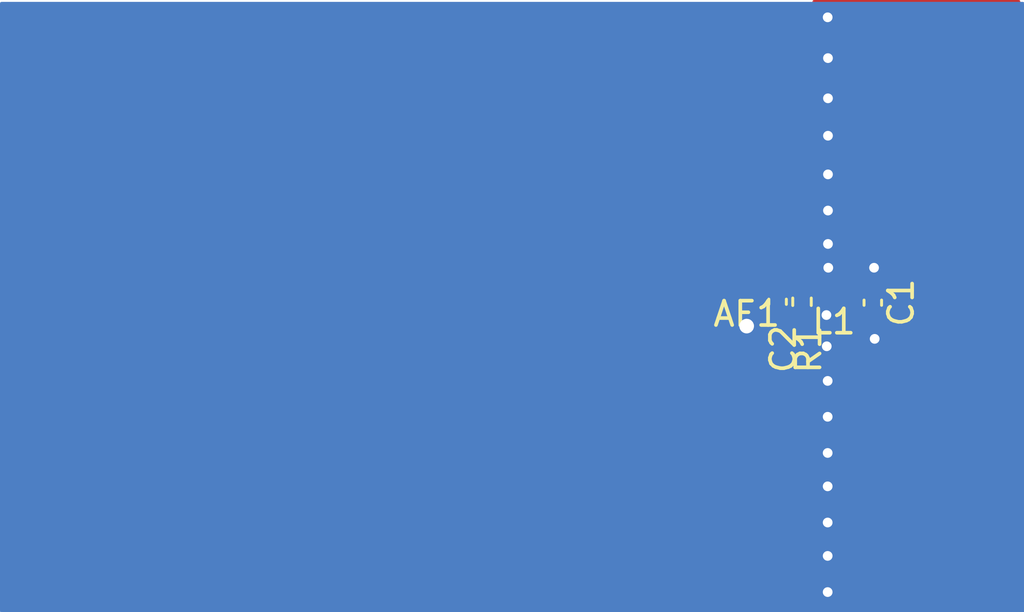
<source format=kicad_pcb>
(kicad_pcb (version 20211014) (generator pcbnew)
  (layers (0 "F.Cu" signal) (31 "B.Cu" signal) (34 "B.Paste" user) (35 "F.Paste" user) (36 "B.SilkS" user "B.Silkscreen") (37 "F.SilkS" user "F.Silkscreen") (38 "B.Mask" user) (39 "F.Mask" user) (44 "Edge.Cuts" user))
  (net 0 "")
  (net 1 "GND")
  (net 2 "Net-(AE1-Pad1)")
  (net 3 "Net-(C1-Pad1)")
  (footprint "Capacitor_SMD:C_0402_1005Metric" (layer "F.Cu") (at 99.187 63.9826 -90)
    (fp_text reference "C2" (at 1.9431 -0.2286 90) (layer "F.SilkS"))
    (fp_text value "0.6pf NP0" hide)
    (fp_line (start -0.107836 0.36) (end 0.107836 0.36) (layer "F.SilkS") (width 0.12))
    (fp_line (start -0.107836 -0.36) (end 0.107836 -0.36) (layer "F.SilkS") (width 0.12))
    (pad "1" smd roundrect locked (at -0.48 0 270) (size 0.56 0.62) (layers "F.Cu" "F.Paste" "F.Mask") (net 2 "Net-(AE1-Pad1)"))
    (pad "2" smd roundrect locked (at 0.48 0 270) (size 0.56 0.62) (layers "F.Cu" "F.Paste" "F.Mask") (net 1 "GND"))
  )
  (footprint "Inductor_SMD:L_0402_1005Metric" (layer "F.Cu") (at 101.6508 63.5381 180)
    (fp_text reference "L1" (at 0.149899 -1.262) (layer "F.SilkS"))
    (fp_text value "2.5nH" hide)
    (pad "1" smd roundrect locked (at -0.485 0 180) (size 0.59 0.64) (layers "F.Cu" "F.Paste" "F.Mask") (net 3 "Net-(C1-Pad1)"))
    (pad "2" smd roundrect locked (at 0.485 0 180) (size 0.59 0.64) (layers "F.Cu" "F.Paste" "F.Mask") (net 2 "Net-(AE1-Pad1)"))
  )
  (footprint "Resistor_SMD:R_0402_1005Metric" (layer "F.Cu") (at 100.1903 63.9826 -90)
    (fp_text reference "R1" (at 1.9558 -0.2667 90) (layer "F.SilkS"))
    (fp_text value "3k0" hide)
    (fp_line (start -0.153641 -0.38) (end 0.153641 -0.38) (layer "F.SilkS") (width 0.12))
    (fp_line (start -0.153641 0.38) (end 0.153641 0.38) (layer "F.SilkS") (width 0.12))
    (pad "1" smd roundrect locked (at -0.51 0 270) (size 0.54 0.64) (layers "F.Cu" "F.Paste" "F.Mask") (net 2 "Net-(AE1-Pad1)"))
    (pad "2" smd roundrect locked (at 0.51 0 270) (size 0.54 0.64) (layers "F.Cu" "F.Paste" "F.Mask") (net 1 "GND"))
  )
  (footprint "BLE_ANTENNA_2437_loop:BLE_2437_LOOP_2" (layer "F.Cu") (at 97.917 63.9826)
    (fp_text reference "AE1" (at 0 0.5) (layer "F.SilkS"))
    (fp_text value "Antenna_Loop")
    (fp_line (start -20 -5.5) (end -20 5.5) (layer "F.Cu") (width 1.5))
    (fp_line (start -20 5.5) (end 0 5.5) (layer "F.Cu") (width 1.5))
    (fp_line (start 0 -1) (end 0 -5.5) (layer "F.Cu") (width 1.5))
    (fp_line (start 0 -5.5) (end -20 -5.5) (layer "F.Cu") (width 1.5))
    (fp_line (start 0 5.5) (end 0 1) (layer "F.Cu") (width 1.5))
    (pad "1" smd circle locked (at 0 -1) (size 0.8 0.8) (layers "F.Cu" "F.Paste" "F.Mask") (net 2 "Net-(AE1-Pad1)"))
    (pad "2" thru_hole circle locked (at 0 1) (size 0.8 0.8) (drill 0.6) (layers *.Cu *.Mask) (net 1 "GND"))
  )
  (footprint "Capacitor_SMD:C_0402_1005Metric" (layer "F.Cu") (at 103.0986 64.0207 -90)
    (fp_text reference "C1" (at 0 -1.16 90) (layer "F.SilkS"))
    (fp_text value "4.8pf NP0" hide)
    (fp_line (start -0.107836 -0.36) (end 0.107836 -0.36) (layer "F.SilkS") (width 0.12))
    (fp_line (start -0.107836 0.36) (end 0.107836 0.36) (layer "F.SilkS") (width 0.12))
    (pad "1" smd roundrect locked (at -0.48 0 270) (size 0.56 0.62) (layers "F.Cu" "F.Paste" "F.Mask") (net 3 "Net-(C1-Pad1)"))
    (pad "2" smd roundrect locked (at 0.48 0 270) (size 0.56 0.62) (layers "F.Cu" "F.Paste" "F.Mask") (net 1 "GND"))
  )
  (segment (start 101.6488 64.4926) (end 103.0905 64.4926) (width 0.25) (layer "F.Cu") (net 1))
  (segment (start 98.437 64.4626) (end 97.917 64.9826) (width 0.25) (layer "F.Cu") (net 1))
  (segment (start 100.1903 64.4926) (end 101.6488 64.4926) (width 0.25) (layer "F.Cu") (net 1))
  (segment (start 103.0905 64.4926) (end 103.0986 64.5007) (width 0.25) (layer "F.Cu") (net 1))
  (segment (start 99.187 64.4626) (end 98.917293 64.4626) (width 0.25) (layer "F.Cu") (net 1))
  (segment (start 100.1903 64.4926) (end 99.217 64.4926) (width 0.3) (layer "F.Cu") (net 1))
  (segment (start 99.187 64.4626) (end 98.437 64.4626) (width 0.3) (layer "F.Cu") (net 1))
  (segment (start 99.217 64.4926) (end 99.187 64.4626) (width 0.25) (layer "F.Cu") (net 1))
  (via (at 103.1748 65.5066) (size 0.8) (drill 0.4) (layers "F.Cu" "B.Cu") (net 1))
  (via (at 101.2063 65.8114) (size 0.8) (drill 0.4) (layers "F.Cu" "B.Cu") (net 1))
  (via (at 101.2444 68.707) (size 0.8) (drill 0.4) (layers "F.Cu" "B.Cu") (net 1))
  (via (at 101.2571 53.975) (size 0.8) (drill 0.4) (layers "F.Cu" "B.Cu") (net 1))
  (via (at 101.2571 55.626) (size 0.8) (drill 0.4) (layers "F.Cu" "B.Cu") (net 1))
  (via (at 101.2698 62.5856) (size 0.8) (drill 0.4) (layers "F.Cu" "B.Cu") (net 1))
  (via (at 101.2444 75.9079) (size 0.8) (drill 0.4) (layers "F.Cu" "B.Cu") (net 1))
  (via (at 101.2444 52.2986) (size 0.8) (drill 0.4) (layers "F.Cu" "B.Cu") (net 1))
  (via (at 101.1936 64.5287) (size 0.8) (drill 0.4) (layers "F.Cu" "B.Cu") (net 1))
  (via (at 101.2571 57.1627) (size 0.8) (drill 0.4) (layers "F.Cu" "B.Cu") (net 1))
  (via (at 101.2444 70.1929) (size 0.8) (drill 0.4) (layers "F.Cu" "B.Cu") (net 1))
  (via (at 101.2444 74.422) (size 0.8) (drill 0.4) (layers "F.Cu" "B.Cu") (net 1))
  (via (at 101.2444 73.0504) (size 0.8) (drill 0.4) (layers "F.Cu" "B.Cu") (net 1))
  (via (at 101.2571 61.6077) (size 0.8) (drill 0.4) (layers "F.Cu" "B.Cu") (net 1))
  (via (at 101.2444 71.5645) (size 0.8) (drill 0.4) (layers "F.Cu" "B.Cu") (net 1))
  (via (at 103.1494 62.5856) (size 0.8) (drill 0.4) (layers "F.Cu" "B.Cu") (net 1))
  (via (at 101.2444 67.2338) (size 0.8) (drill 0.4) (layers "F.Cu" "B.Cu") (net 1))
  (via (at 101.2571 58.7502) (size 0.8) (drill 0.4) (layers "F.Cu" "B.Cu") (net 1))
  (via (at 101.2571 60.2361) (size 0.8) (drill 0.4) (layers "F.Cu" "B.Cu") (net 1))
  (segment (start 100.2558 63.5381) (end 100.1903 63.4726) (width 0.25) (layer "F.Cu") (net 2))
  (segment (start 99.217 63.4726) (end 99.187 63.5026) (width 0.25) (layer "F.Cu") (net 2))
  (segment (start 99.187 63.5026) (end 98.437 63.5026) (width 0.3) (layer "F.Cu") (net 2))
  (segment (start 101.1658 63.5381) (end 100.2558 63.5381) (width 0.3) (layer "F.Cu") (net 2))
  (segment (start 99.066727 63.5026) (end 98.99201 63.427883) (width 0.25) (layer "F.Cu") (net 2))
  (segment (start 98.437 63.5026) (end 97.917 62.9826) (width 0.25) (layer "F.Cu") (net 2))
  (segment (start 100.1903 63.4726) (end 99.217 63.4726) (width 0.3) (layer "F.Cu") (net 2))
  (segment (start 99.187 63.5026) (end 99.066727 63.5026) (width 0.25) (layer "F.Cu") (net 2))
  (segment (start 103.096 63.5381) (end 103.0986 63.5407) (width 0.25) (layer "F.Cu") (net 3))
  (segment (start 102.1358 63.5381) (end 103.096 63.5381) (width 0.8) (layer "F.Cu") (net 3))
  (zone (net 1) (net_name "GND") (layer "F.Cu") (connect_pads yes (clearance 0.12)) (min_thickness 0.12) (fill yes (thermal_gap 0.12) (thermal_bridge_width 0.15))
    (polygon (pts (xy 109.1565 76.6445) (xy 100.6221 76.6445) (xy 100.6221 51.5874) (xy 109.1565 51.5874)))
  )
  (zone (net 1) (net_name "GND") (layer "B.Cu") (connect_pads yes (clearance 0.12)) (min_thickness 0.12) (fill yes (thermal_gap 0.12) (thermal_bridge_width 0.15))
    (polygon (pts (xy 109.3216 76.7461) (xy 67.2465 76.7461) (xy 67.2465 51.6636) (xy 109.3216 51.6636)))
  )
)
</source>
